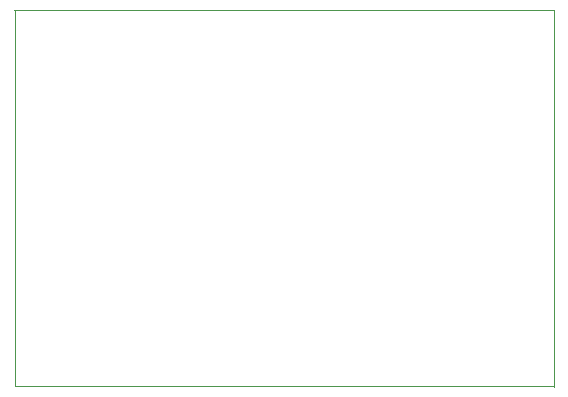
<source format=gko>
G04*
G04 #@! TF.GenerationSoftware,Altium Limited,Altium Designer,22.6.1 (34)*
G04*
G04 Layer_Color=16711935*
%FSLAX44Y44*%
%MOMM*%
G71*
G04*
G04 #@! TF.SameCoordinates,5A10DA5C-CD7F-47E8-AF5C-5331072B1CDA*
G04*
G04*
G04 #@! TF.FilePolarity,Positive*
G04*
G01*
G75*
%ADD14C,0.1000*%
D14*
X-369725Y-95775D02*
Y223025D01*
X-370225Y222525D02*
X86625D01*
X-369725Y-95775D02*
X87125D01*
X86625Y-96275D02*
Y222525D01*
M02*

</source>
